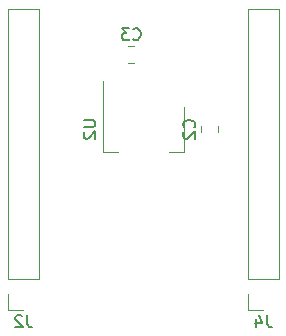
<source format=gbr>
%TF.GenerationSoftware,KiCad,Pcbnew,(5.1.6)-1*%
%TF.CreationDate,2020-06-22T18:51:59+05:30*%
%TF.ProjectId,STM8-Dev-Board-STM8S003F3P6,53544d38-2d44-4657-962d-426f6172642d,rev?*%
%TF.SameCoordinates,Original*%
%TF.FileFunction,Legend,Bot*%
%TF.FilePolarity,Positive*%
%FSLAX46Y46*%
G04 Gerber Fmt 4.6, Leading zero omitted, Abs format (unit mm)*
G04 Created by KiCad (PCBNEW (5.1.6)-1) date 2020-06-22 18:51:59*
%MOMM*%
%LPD*%
G01*
G04 APERTURE LIST*
%ADD10C,0.120000*%
%ADD11C,0.150000*%
G04 APERTURE END LIST*
D10*
%TO.C,U2*%
X66910000Y-137800000D02*
X65650000Y-137800000D01*
X60090000Y-137800000D02*
X61350000Y-137800000D01*
X66910000Y-134040000D02*
X66910000Y-137800000D01*
X60090000Y-131790000D02*
X60090000Y-137800000D01*
%TO.C,J4*%
X72330000Y-125670000D02*
X74990000Y-125670000D01*
X72330000Y-148590000D02*
X72330000Y-125670000D01*
X74990000Y-148590000D02*
X74990000Y-125670000D01*
X72330000Y-148590000D02*
X74990000Y-148590000D01*
X72330000Y-149860000D02*
X72330000Y-151190000D01*
X72330000Y-151190000D02*
X73660000Y-151190000D01*
%TO.C,J2*%
X52010000Y-125670000D02*
X54670000Y-125670000D01*
X52010000Y-148590000D02*
X52010000Y-125670000D01*
X54670000Y-148590000D02*
X54670000Y-125670000D01*
X52010000Y-148590000D02*
X54670000Y-148590000D01*
X52010000Y-149860000D02*
X52010000Y-151190000D01*
X52010000Y-151190000D02*
X53340000Y-151190000D01*
%TO.C,C3*%
X62742578Y-128830000D02*
X62225422Y-128830000D01*
X62742578Y-130250000D02*
X62225422Y-130250000D01*
%TO.C,C2*%
X68378000Y-135631422D02*
X68378000Y-136148578D01*
X69798000Y-135631422D02*
X69798000Y-136148578D01*
%TO.C,U2*%
D11*
X58452380Y-135128095D02*
X59261904Y-135128095D01*
X59357142Y-135175714D01*
X59404761Y-135223333D01*
X59452380Y-135318571D01*
X59452380Y-135509047D01*
X59404761Y-135604285D01*
X59357142Y-135651904D01*
X59261904Y-135699523D01*
X58452380Y-135699523D01*
X58547619Y-136128095D02*
X58500000Y-136175714D01*
X58452380Y-136270952D01*
X58452380Y-136509047D01*
X58500000Y-136604285D01*
X58547619Y-136651904D01*
X58642857Y-136699523D01*
X58738095Y-136699523D01*
X58880952Y-136651904D01*
X59452380Y-136080476D01*
X59452380Y-136699523D01*
%TO.C,J4*%
X73993333Y-151642380D02*
X73993333Y-152356666D01*
X74040952Y-152499523D01*
X74136190Y-152594761D01*
X74279047Y-152642380D01*
X74374285Y-152642380D01*
X73088571Y-151975714D02*
X73088571Y-152642380D01*
X73326666Y-151594761D02*
X73564761Y-152309047D01*
X72945714Y-152309047D01*
%TO.C,J2*%
X53673333Y-151642380D02*
X53673333Y-152356666D01*
X53720952Y-152499523D01*
X53816190Y-152594761D01*
X53959047Y-152642380D01*
X54054285Y-152642380D01*
X53244761Y-151737619D02*
X53197142Y-151690000D01*
X53101904Y-151642380D01*
X52863809Y-151642380D01*
X52768571Y-151690000D01*
X52720952Y-151737619D01*
X52673333Y-151832857D01*
X52673333Y-151928095D01*
X52720952Y-152070952D01*
X53292380Y-152642380D01*
X52673333Y-152642380D01*
%TO.C,C3*%
X62650666Y-128247142D02*
X62698285Y-128294761D01*
X62841142Y-128342380D01*
X62936380Y-128342380D01*
X63079238Y-128294761D01*
X63174476Y-128199523D01*
X63222095Y-128104285D01*
X63269714Y-127913809D01*
X63269714Y-127770952D01*
X63222095Y-127580476D01*
X63174476Y-127485238D01*
X63079238Y-127390000D01*
X62936380Y-127342380D01*
X62841142Y-127342380D01*
X62698285Y-127390000D01*
X62650666Y-127437619D01*
X62317333Y-127342380D02*
X61698285Y-127342380D01*
X62031619Y-127723333D01*
X61888761Y-127723333D01*
X61793523Y-127770952D01*
X61745904Y-127818571D01*
X61698285Y-127913809D01*
X61698285Y-128151904D01*
X61745904Y-128247142D01*
X61793523Y-128294761D01*
X61888761Y-128342380D01*
X62174476Y-128342380D01*
X62269714Y-128294761D01*
X62317333Y-128247142D01*
%TO.C,C2*%
X67795142Y-135723333D02*
X67842761Y-135675714D01*
X67890380Y-135532857D01*
X67890380Y-135437619D01*
X67842761Y-135294761D01*
X67747523Y-135199523D01*
X67652285Y-135151904D01*
X67461809Y-135104285D01*
X67318952Y-135104285D01*
X67128476Y-135151904D01*
X67033238Y-135199523D01*
X66938000Y-135294761D01*
X66890380Y-135437619D01*
X66890380Y-135532857D01*
X66938000Y-135675714D01*
X66985619Y-135723333D01*
X66985619Y-136104285D02*
X66938000Y-136151904D01*
X66890380Y-136247142D01*
X66890380Y-136485238D01*
X66938000Y-136580476D01*
X66985619Y-136628095D01*
X67080857Y-136675714D01*
X67176095Y-136675714D01*
X67318952Y-136628095D01*
X67890380Y-136056666D01*
X67890380Y-136675714D01*
%TD*%
M02*

</source>
